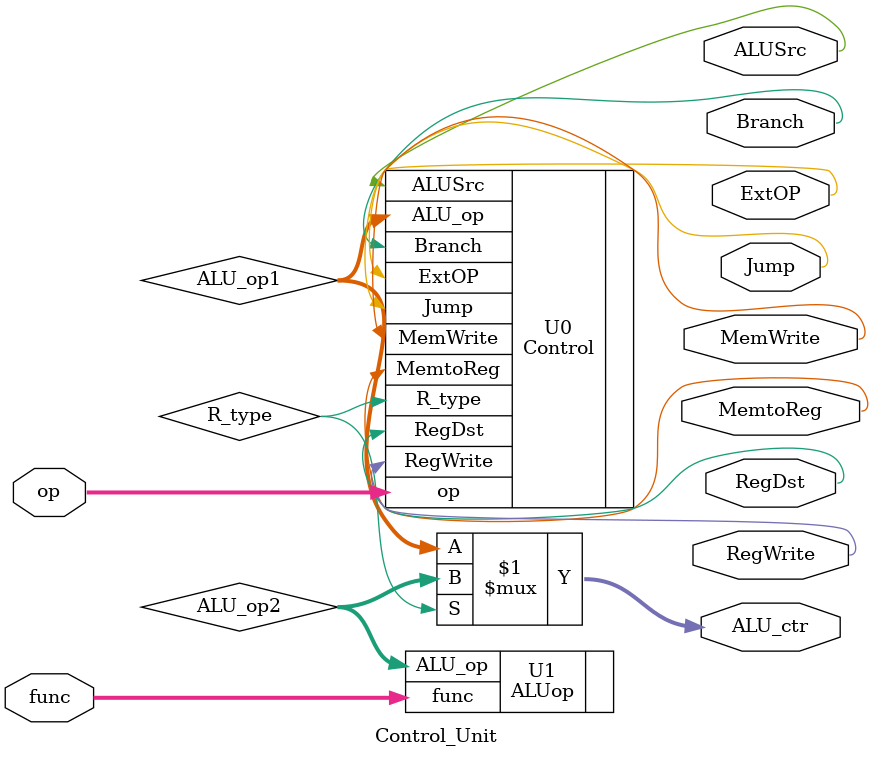
<source format=v>
`timescale 1ns / 1ps
module Control_Unit(
	input [5:0] op, func,
	output RegDst, RegWrite, ALUSrc,
	output MemWrite,MemtoReg,
	output Branch,Jump,ExtOP,
	output [2:0] ALU_ctr);

	wire [2:0] ALU_op1;
	wire [2:0] ALU_op2;
	wire R_type;

	Control U0(.op(op),.RegDst(RegDst),.RegWrite(RegWrite),
		.ALUSrc(ALUSrc),.MemWrite(MemWrite),.MemtoReg(MemtoReg),
		.Branch(Branch),.Jump(Jump),.ExtOP(ExtOP),.ALU_op(ALU_op1),
		.R_type(R_type));
		
	ALUop U1(.func(func),.ALU_op(ALU_op2));
	
	assign ALU_ctr = R_type? ALU_op2:ALU_op1;

endmodule

</source>
